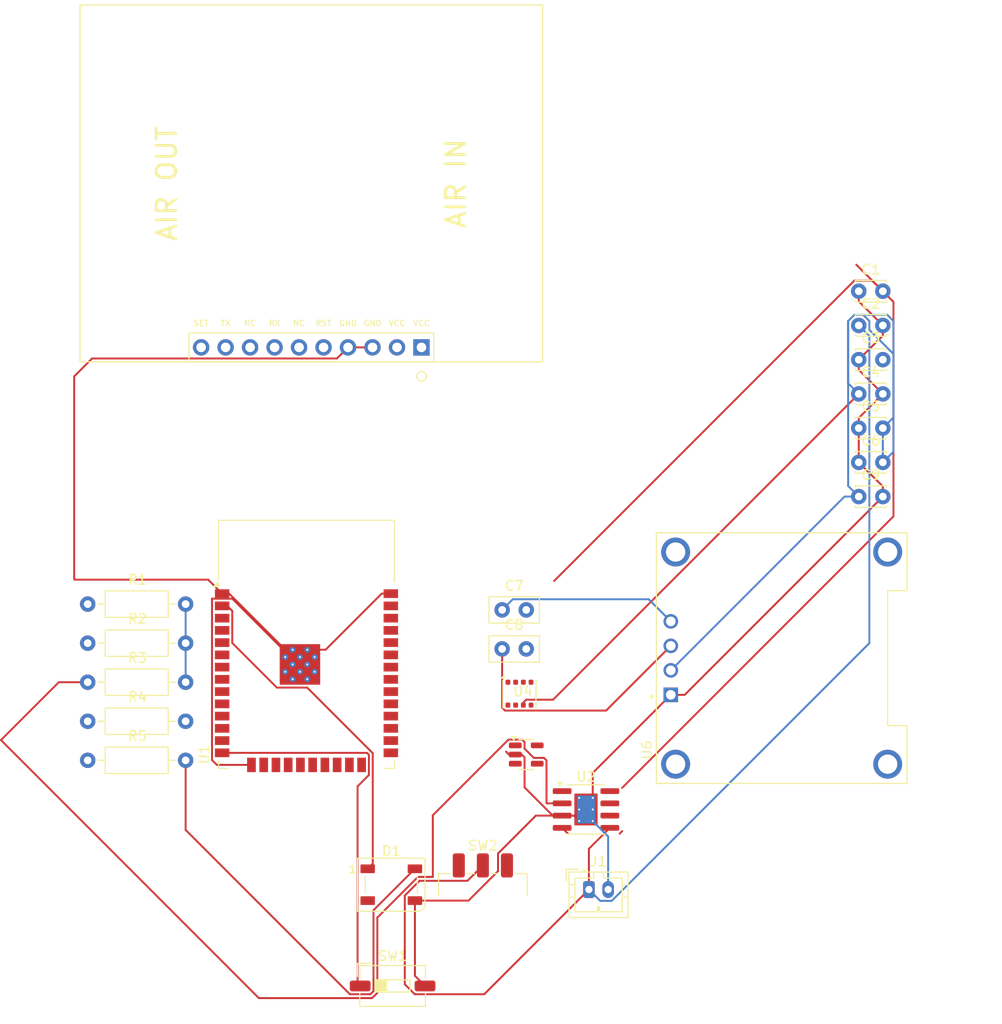
<source format=kicad_pcb>
(kicad_pcb (version 20241229) (generator "pcbnew") (generator_version "9.0")
  (layers (0 "F.Cu" signal) (2 "B.Cu" signal) (13 "F.Paste" user) (15 "B.Paste" user) (5 "F.SilkS" user "F.Silkscreen") (7 "B.SilkS" user "B.Silkscreen") (1 "F.Mask" user) (3 "B.Mask" user) (25 "Edge.Cuts" user))
  (net 0 "")
  (net 2 "GND")
  (net 3 "Net-(D1-VDD)")
  (net 4 "Net-(D1-DIN)")
  (net 5 "Net-(J2-CC1)")
  (net 6 "Net-(J2-CC2)")
  (net 7 "Net-(U2-PROG)")
  (net 8 "Net-(U3-EN)")
  (net 9 "Net-(U1-IO4)")
  (net 11 "Net-(U1-IO18)")
  (net 12 "Net-(U1-IO33)")
  (net 16 "Net-(U1-IO5)")
  (net 18 "Net-(U1-IO17)")
  (net 19 "Net-(U1-IO12)")
  (net 21 "Net-(U1-IO32)")
  (net 23 "Net-(U1-IO34)")
  (net 28 "Net-(U1-IO21)")
  (net 32 "Net-(U1-IO16)")
  (net 36 "Net-(U1-IO22)")
  (net 40 "Net-(U1-IO19)")
  (net 43 "Net-(U2-V_{CC})")
  (net 44 "Net-(BT1-+)")
  (net 49 "Net-(SW2-C)")
  (net 55 "Net-(U6-SDA)")
  (net 56 "Net-(U6-SCL)")
  (footprint "Resistor_THT:R_Axial_DIN0207_L6.3mm_D2.5mm_P10.16mm_Horizontal" (layer "F.Cu") (at 75 108)
    (property "Reference" "R3" (at 5.16 -2.52 0) (layer "F.SilkS"))
    (property "Value" "Resistor")
    (fp_line (start 1.04 0) (end 1.81 0) (stroke (width 0.12)) (layer "F.SilkS"))
    (fp_line (start 9.12 0) (end 8.35 0) (stroke (width 0.12)) (layer "F.SilkS"))
    (fp_rect (start 1.81 -1.37) (end 8.35 1.37) (stroke (width 0.12)) (fill no) (layer "F.SilkS"))
    (pad "1" thru_hole circle (at 0 0) (size 1.6 1.6) (drill 0.8) (layers "*.Cu" "*.Mask") (net 7 "Net-(U2-PROG)"))
    (pad "2" thru_hole circle (at 10.16 0) (size 1.6 1.6) (drill 0.8) (layers "*.Cu" "*.Mask") (net 2 "GND"))
  )
  (footprint "LED_SMD:LED_WS2812B_PLCC4_5.0x5.0mm_P3.2mm" (layer "F.Cu") (at 106.5 129)
    (property "Reference" "D1" (at 0 -3.5 0) (layer "F.SilkS"))
    (property "Value" "WS2812B")
    (fp_line (start -3.5 -2.75) (end -3.5 2.75) (stroke (width 0.12)) (layer "F.SilkS"))
    (fp_line (start -3.5 -2.75) (end 3.5 -2.75) (stroke (width 0.12)) (layer "F.SilkS"))
    (fp_line (start -3.5 2.75) (end 3.05 2.75) (stroke (width 0.12)) (layer "F.SilkS"))
    (fp_line (start -2.7 0.9) (end -2.7 -0.9) (stroke (width 0.12)) (layer "F.SilkS"))
    (fp_line (start 2.7 0.9) (end 2.7 -0.9) (stroke (width 0.12)) (layer "F.SilkS"))
    (fp_line (start 3.05 2.75) (end 3.5 2.3) (stroke (width 0.12)) (layer "F.SilkS"))
    (fp_line (start 3.5 2.3) (end 3.5 -2.75) (stroke (width 0.12)) (layer "F.SilkS"))
    (fp_text user "1" (at -4 -1.6 0) (layer "F.SilkS") (effects (font (size 0.8 0.8))))
    (pad "1" smd roundrect (at -2.45 -1.65) (size 1.5 0.9) (layers "F.Cu" "F.Mask" "F.Paste") (roundrect_rratio 0.1) (net 3 "Net-(D1-VDD)"))
    (pad "2" smd roundrect (at -2.45 1.65) (size 1.5 0.9) (layers "F.Cu" "F.Mask" "F.Paste") (roundrect_rratio 0.1))
    (pad "3" smd roundrect (at 2.45 1.65) (size 1.5 0.9) (layers "F.Cu" "F.Mask" "F.Paste") (roundrect_rratio 0.1) (net 2 "GND"))
    (pad "4" smd roundrect (at 2.45 -1.65) (size 1.5 0.9) (layers "F.Cu" "F.Mask" "F.Paste") (roundrect_rratio 0.1) (net 4 "Net-(D1-DIN)"))
  )
  (footprint "Capacitor_THT:C_Disc_D3.0mm_W2.0mm_P2.50mm" (layer "F.Cu") (at 155 74.55)
    (property "Reference" "C3" (at 1.25 -2.25 0) (layer "F.SilkS"))
    (property "Value" "Capacitor_NP")
    (fp_line (start -0.37 -1.12) (end 2.87 -1.12) (stroke (width 0.12)) (layer "F.SilkS"))
    (fp_line (start -0.37 -0.972) (end -0.37 -1.12) (stroke (width 0.12)) (layer "F.SilkS"))
    (fp_line (start -0.37 1.12) (end -0.37 0.972) (stroke (width 0.12)) (layer "F.SilkS"))
    (fp_line (start 2.87 -1.12) (end 2.87 -0.972) (stroke (width 0.12)) (layer "F.SilkS"))
    (fp_line (start 2.87 0.972) (end 2.87 1.12) (stroke (width 0.12)) (layer "F.SilkS"))
    (fp_line (start 2.87 1.12) (end -0.37 1.12) (stroke (width 0.12)) (layer "F.SilkS"))
    (pad "1" thru_hole circle (at 0 0) (size 1.6 1.6) (drill 0.8) (layers "*.Cu" "*.Mask") (net 2 "GND"))
    (pad "2" thru_hole circle (at 2.5 0) (size 1.6 1.6) (drill 0.8) (layers "*.Cu" "*.Mask") (net 49 "Net-(SW2-C)"))
  )
  (footprint "Button_Switch_SMD:SW_DIP_SPSTx01_Slide_6.7x4.1mm_W6.73mm_P2.54mm_LowProfile_JPin" (layer "F.Cu") (at 106.635 139.5)
    (property "Reference" "SW1" (at 0 -3.11 0) (layer "F.SilkS"))
    (property "Value" "SW_Push")
    (fp_line (start -3.65 -2.35) (end -3.65 -0.967) (stroke (width 0.12)) (layer "F.SilkS"))
    (fp_line (start -3.65 -2.35) (end -2.267 -2.35) (stroke (width 0.12)) (layer "F.SilkS"))
    (fp_line (start -3.41 -2.11) (end -3.41 -0.8) (stroke (width 0.12)) (layer "F.SilkS"))
    (fp_line (start -3.41 -2.11) (end 3.41 -2.11) (stroke (width 0.12)) (layer "F.SilkS"))
    (fp_line (start -3.41 0.8) (end -3.41 2.11) (stroke (width 0.12)) (layer "F.SilkS"))
    (fp_line (start -3.41 2.11) (end 3.41 2.11) (stroke (width 0.12)) (layer "F.SilkS"))
    (fp_line (start -0.603333 -0.635) (end -0.603333 0.635) (stroke (width 0.12)) (layer "F.SilkS"))
    (fp_line (start 3.41 -2.11) (end 3.41 -0.8) (stroke (width 0.12)) (layer "F.SilkS"))
    (fp_line (start 3.41 0.8) (end 3.41 2.11) (stroke (width 0.12)) (layer "F.SilkS"))
    (fp_rect (start -1.81 -0.635) (end -0.603333 0.635) (stroke (width 0.12)) (fill yes) (layer "F.SilkS"))
    (fp_rect (start -1.81 -0.635) (end 1.81 0.635) (stroke (width 0.12)) (fill no) (layer "F.SilkS"))
    (pad "1" smd roundrect (at -3.365 0) (size 2.16 1.12) (layers "F.Cu" "F.Mask" "F.Paste") (roundrect_rratio 0.223214) (net 19 "Net-(U1-IO12)"))
    (pad "2" smd roundrect (at 3.365 0) (size 2.16 1.12) (layers "F.Cu" "F.Mask" "F.Paste") (roundrect_rratio 0.223214) (net 2 "GND"))
  )
  (footprint "Capacitor_THT:C_Disc_D3.0mm_W2.0mm_P2.50mm" (layer "F.Cu") (at 155 67.45)
    (property "Reference" "C1" (at 1.25 -2.25 0) (layer "F.SilkS"))
    (property "Value" "Capacitor_NP")
    (fp_line (start -0.37 -1.12) (end 2.87 -1.12) (stroke (width 0.12)) (layer "F.SilkS"))
    (fp_line (start -0.37 -0.972) (end -0.37 -1.12) (stroke (width 0.12)) (layer "F.SilkS"))
    (fp_line (start -0.37 1.12) (end -0.37 0.972) (stroke (width 0.12)) (layer "F.SilkS"))
    (fp_line (start 2.87 -1.12) (end 2.87 -0.972) (stroke (width 0.12)) (layer "F.SilkS"))
    (fp_line (start 2.87 0.972) (end 2.87 1.12) (stroke (width 0.12)) (layer "F.SilkS"))
    (fp_line (start 2.87 1.12) (end -0.37 1.12) (stroke (width 0.12)) (layer "F.SilkS"))
    (pad "1" thru_hole circle (at 0 0) (size 1.6 1.6) (drill 0.8) (layers "*.Cu" "*.Mask") (net 2 "GND"))
    (pad "2" thru_hole circle (at 2.5 0) (size 1.6 1.6) (drill 0.8) (layers "*.Cu" "*.Mask") (net 43 "Net-(U2-V_{CC})"))
  )
  (footprint "Resistor_THT:R_Axial_DIN0207_L6.3mm_D2.5mm_P10.16mm_Horizontal" (layer "F.Cu") (at 75 112.05)
    (property "Reference" "R4" (at 5.16 -2.52 0) (layer "F.SilkS"))
    (property "Value" "Resistor")
    (fp_line (start 1.04 0) (end 1.81 0) (stroke (width 0.12)) (layer "F.SilkS"))
    (fp_line (start 9.12 0) (end 8.35 0) (stroke (width 0.12)) (layer "F.SilkS"))
    (fp_rect (start 1.81 -1.37) (end 8.35 1.37) (stroke (width 0.12)) (fill no) (layer "F.SilkS"))
    (pad "1" thru_hole circle (at 0 0) (size 1.6 1.6) (drill 0.8) (layers "*.Cu" "*.Mask") (net 3 "Net-(D1-VDD)"))
    (pad "2" thru_hole circle (at 10.16 0) (size 1.6 1.6) (drill 0.8) (layers "*.Cu" "*.Mask") (net 8 "Net-(U3-EN)"))
  )
  (footprint "Package_TO_SOT_SMD:SOT-23-5" (layer "F.Cu") (at 120.5 115.5)
    (property "Reference" "U3" (hide yes))
    (property "Value" "AP2112K-3.3")
    (fp_line (start 0 -1.56) (end -0.8 -1.56) (stroke (width 0.12)) (layer "F.SilkS"))
    (fp_line (start 0 -1.56) (end 0.8 -1.56) (stroke (width 0.12)) (layer "F.SilkS"))
    (fp_line (start 0 1.56) (end -0.8 1.56) (stroke (width 0.12)) (layer "F.SilkS"))
    (fp_line (start 0 1.56) (end 0.8 1.56) (stroke (width 0.12)) (layer "F.SilkS"))
    (fp_poly (pts (xy -1.3 -1.51) (xy -1.54 -1.84) (xy -1.06 -1.84)) (stroke (width 0.12)) (fill yes) (layer "F.SilkS"))
    (pad "1" smd roundrect (at -1.1375 -0.95) (size 1.325 0.6) (layers "F.Cu" "F.Mask" "F.Paste") (net 49 "Net-(SW2-C)"))
    (pad "2" smd roundrect (at -1.1375 0) (size 1.325 0.6) (layers "F.Cu" "F.Mask" "F.Paste") (net 2 "GND"))
    (pad "3" smd roundrect (at -1.1375 0.95) (size 1.325 0.6) (layers "F.Cu" "F.Mask" "F.Paste") (net 8 "Net-(U3-EN)"))
    (pad "4" smd roundrect (at 1.1375 0.95) (size 1.325 0.6) (layers "F.Cu" "F.Mask" "F.Paste"))
    (pad "5" smd roundrect (at 1.1375 -0.95) (size 1.325 0.6) (layers "F.Cu" "F.Mask" "F.Paste") (net 3 "Net-(D1-VDD)"))
  )
  (footprint "Resistor_THT:R_Axial_DIN0207_L6.3mm_D2.5mm_P10.16mm_Horizontal" (layer "F.Cu") (at 75 99.9)
    (property "Reference" "R1" (at 5.16 -2.52 0) (layer "F.SilkS"))
    (property "Value" "Resistor")
    (fp_line (start 1.04 0) (end 1.81 0) (stroke (width 0.12)) (layer "F.SilkS"))
    (fp_line (start 9.12 0) (end 8.35 0) (stroke (width 0.12)) (layer "F.SilkS"))
    (fp_rect (start 1.81 -1.37) (end 8.35 1.37) (stroke (width 0.12)) (fill no) (layer "F.SilkS"))
    (pad "1" thru_hole circle (at 0 0) (size 1.6 1.6) (drill 0.8) (layers "*.Cu" "*.Mask") (net 5 "Net-(J2-CC1)"))
    (pad "2" thru_hole circle (at 10.16 0) (size 1.6 1.6) (drill 0.8) (layers "*.Cu" "*.Mask") (net 2 "GND"))
  )
  (footprint "CustomComponents:pms7003" (layer "F.Cu") (at 98.2 56.275 180)
    (property "Reference" "U5" (hide yes))
    (property "Value" "PMS7003" (hide yes))
    (fp_rect (start -12.7 -18.5) (end 12.7 -15.5) (stroke (width 0.12)) (fill no) (layer "F.SilkS"))
    (fp_rect (start -24 -18.5) (end 24 18.5) (stroke (width 0.12)) (fill no) (layer "F.SilkS"))
    (fp_circle (center -11.43 -20) (end -10.93 -20) (stroke (width 0.12)) (fill no) (layer "F.SilkS"))
    (fp_text user "VCC" (at -8.89 -14.5 0) (layer "F.SilkS") (effects (font (size 0.6 0.6) (thickness 0.1))))
    (fp_text user "GND" (at -6.35 -14.5 0) (layer "F.SilkS") (effects (font (size 0.6 0.6) (thickness 0.1))))
    (fp_text user "AIR IN" (at -15 0 90) (layer "F.SilkS") (effects (font (size 2 2) (thickness 0.3))))
    (fp_text user "AIR OUT" (at 15 0 90) (layer "F.SilkS") (effects (font (size 2 2) (thickness 0.3))))
    (fp_text user "RX" (at 3.81 -14.5 0) (layer "F.SilkS") (effects (font (size 0.6 0.6) (thickness 0.1))))
    (fp_text user "RST" (at -1.27 -14.5 0) (layer "F.SilkS") (effects (font (size 0.6 0.6) (thickness 0.1))))
    (fp_text user "NC" (at 1.27 -14.5 0) (layer "F.SilkS") (effects (font (size 0.6 0.6) (thickness 0.1))))
    (fp_text user "TX" (at 8.89 -14.5 0) (layer "F.SilkS") (effects (font (size 0.6 0.6) (thickness 0.1))))
    (fp_text user "SET" (at 11.43 -14.5 0) (layer "F.SilkS") (effects (font (size 0.6 0.6) (thickness 0.1))))
    (fp_text user "NC" (at 6.35 -14.5 0) (layer "F.SilkS") (effects (font (size 0.6 0.6) (thickness 0.1))))
    (fp_text user "GND" (at -3.81 -14.5 0) (layer "F.SilkS") (effects (font (size 0.6 0.6) (thickness 0.1))))
    (fp_text user "VCC" (at -11.43 -14.5 0) (layer "F.SilkS") (effects (font (size 0.6 0.6) (thickness 0.1))))
    (pad "1" thru_hole rect (at -11.43 -17 180) (size 1.7 1.7) (drill 1) (layers "*.Cu" "*.Mask") (net 43 "Net-(U2-V_{CC})"))
    (pad "2" thru_hole circle (at -8.89 -17 180) (size 1.7 1.7) (drill 1) (layers "*.Cu" "*.Mask"))
    (pad "3" thru_hole circle (at -6.35 -17 180) (size 1.7 1.7) (drill 1) (layers "*.Cu" "*.Mask") (net 2 "GND"))
    (pad "4" thru_hole circle (at -3.81 -17 180) (size 1.7 1.7) (drill 1) (layers "*.Cu" "*.Mask") (net 2 "GND"))
    (pad "5" thru_hole circle (at -1.27 -17 180) (size 1.7 1.7) (drill 1) (layers "*.Cu" "*.Mask") (net 12 "Net-(U1-IO33)"))
    (pad "6" thru_hole circle (at 1.27 -17 180) (size 1.7 1.7) (drill 1) (layers "*.Cu" "*.Mask"))
    (pad "7" thru_hole circle (at 3.81 -17 180) (size 1.7 1.7) (drill 1) (layers "*.Cu" "*.Mask") (net 32 "Net-(U1-IO16)"))
    (pad "8" thru_hole circle (at 6.35 -17 180) (size 1.7 1.7) (drill 1) (layers "*.Cu" "*.Mask"))
    (pad "9" thru_hole circle (at 8.89 -17 180) (size 1.7 1.7) (drill 1) (layers "*.Cu" "*.Mask") (net 18 "Net-(U1-IO17)"))
    (pad "10" thru_hole circle (at 11.43 -17 180) (size 1.7 1.7) (drill 1) (layers "*.Cu" "*.Mask") (net 23 "Net-(U1-IO34)"))
  )
  (footprint "Capacitor_THT:C_Disc_D3.0mm_W2.0mm_P2.50mm" (layer "F.Cu") (at 155 85.2)
    (property "Reference" "C6" (at 1.25 -2.25 0) (layer "F.SilkS"))
    (property "Value" "Capacitor_NP")
    (fp_line (start -0.37 -1.12) (end 2.87 -1.12) (stroke (width 0.12)) (layer "F.SilkS"))
    (fp_line (start -0.37 -0.972) (end -0.37 -1.12) (stroke (width 0.12)) (layer "F.SilkS"))
    (fp_line (start -0.37 1.12) (end -0.37 0.972) (stroke (width 0.12)) (layer "F.SilkS"))
    (fp_line (start 2.87 -1.12) (end 2.87 -0.972) (stroke (width 0.12)) (layer "F.SilkS"))
    (fp_line (start 2.87 0.972) (end 2.87 1.12) (stroke (width 0.12)) (layer "F.SilkS"))
    (fp_line (start 2.87 1.12) (end -0.37 1.12) (stroke (width 0.12)) (layer "F.SilkS"))
    (pad "1" thru_hole circle (at 0 0) (size 1.6 1.6) (drill 0.8) (layers "*.Cu" "*.Mask") (net 2 "GND"))
    (pad "2" thru_hole circle (at 2.5 0) (size 1.6 1.6) (drill 0.8) (layers "*.Cu" "*.Mask") (net 3 "Net-(D1-VDD)"))
  )
  (footprint "Package_SO:SOIC-8-1EP_3.9x4.9mm_P1.27mm_EP2.41x3.3mm_ThermalVias" (layer "F.Cu") (at 126.7 121.2)
    (property "Reference" "U2" (at 0 -3.4 0) (layer "F.SilkS"))
    (property "Value" "TP4056-42-ESOP8")
    (fp_line (start 0 -2.56) (end -1.95 -2.56) (stroke (width 0.12)) (layer "F.SilkS"))
    (fp_line (start 0 -2.56) (end 1.95 -2.56) (stroke (width 0.12)) (layer "F.SilkS"))
    (fp_line (start 0 2.56) (end -1.95 2.56) (stroke (width 0.12)) (layer "F.SilkS"))
    (fp_line (start 0 2.56) (end 1.95 2.56) (stroke (width 0.12)) (layer "F.SilkS"))
    (fp_poly (pts (xy -2.7 -2.465) (xy -2.94 -2.795) (xy -2.46 -2.795)) (stroke (width 0.12)) (fill yes) (layer "F.SilkS"))
    (pad "1" smd roundrect (at -2.475 -1.905) (size 1.95 0.6) (layers "F.Cu" "F.Mask" "F.Paste"))
    (pad "2" smd roundrect (at -2.475 -0.635) (size 1.95 0.6) (layers "F.Cu" "F.Mask" "F.Paste") (net 7 "Net-(U2-PROG)"))
    (pad "3" smd roundrect (at -2.475 0.635) (size 1.95 0.6) (layers "F.Cu" "F.Mask" "F.Paste") (net 2 "GND"))
    (pad "4" smd roundrect (at -2.475 1.905) (size 1.95 0.6) (layers "F.Cu" "F.Mask" "F.Paste") (net 43 "Net-(U2-V_{CC})"))
    (pad "5" smd roundrect (at 2.475 1.905) (size 1.95 0.6) (layers "F.Cu" "F.Mask" "F.Paste") (net 44 "Net-(BT1-+)"))
    (pad "6" smd roundrect (at 2.475 0.635) (size 1.95 0.6) (layers "F.Cu" "F.Mask" "F.Paste"))
    (pad "7" smd roundrect (at 2.475 -0.635) (size 1.95 0.6) (layers "F.Cu" "F.Mask" "F.Paste"))
    (pad "8" smd roundrect (at 2.475 -1.905) (size 1.95 0.6) (layers "F.Cu" "F.Mask" "F.Paste"))
    (pad "9" thru_hole circle (at -0.7 -1.2) (size 0.5 0.5) (drill 0.2) (property pad_prop_heatsink) (layers "*.Cu") (net 2 "GND"))
    (pad "9" thru_hole circle (at -0.7 0) (size 0.5 0.5) (drill 0.2) (property pad_prop_heatsink) (layers "*.Cu") (net 2 "GND"))
    (pad "9" thru_hole circle (at -0.7 1.2) (size 0.5 0.5) (drill 0.2) (property pad_prop_heatsink) (layers "*.Cu") (net 2 "GND"))
    (pad "9" smd rect (at 0 0) (size 1.9 2.9) (property pad_prop_heatsink) (layers "B.Cu") (net 2 "GND"))
    (pad "9" smd rect (at 0 0) (size 2.41 3.3) (property pad_prop_heatsink) (layers "F.Cu" "F.Mask") (net 2 "GND"))
    (pad "9" thru_hole circle (at 0.7 -1.2) (size 0.5 0.5) (drill 0.2) (property pad_prop_heatsink) (layers "*.Cu") (net 2 "GND"))
    (pad "9" thru_hole circle (at 0.7 0) (size 0.5 0.5) (drill 0.2) (property pad_prop_heatsink) (layers "*.Cu") (net 2 "GND"))
    (pad "9" thru_hole circle (at 0.7 1.2) (size 0.5 0.5) (drill 0.2) (property pad_prop_heatsink) (layers "*.Cu") (net 2 "GND"))
  )
  (footprint "DM-OLED096-636 (1):MODULE_DM-OLED096-636" (layer "F.Cu") (at 147 105.5 90)
    (property "Reference" "U6" (at -9.525 -13.97 90) (layer "F.SilkS"))
    (property "Value" "DM-OLED096-636")
    (fp_line (start 13 -13) (end 13 13) (stroke (width 0.127)) (layer "F.SilkS"))
    (fp_line (start -13 -13) (end 13 -13) (stroke (width 0.127)) (layer "F.SilkS"))
    (fp_line (start 7 11) (end -7 11) (stroke (width 0.127)) (layer "F.SilkS"))
    (fp_line (start -7 11) (end -7 13) (stroke (width 0.127)) (layer "F.SilkS"))
    (fp_line (start 13 13) (end 7 13) (stroke (width 0.127)) (layer "F.SilkS"))
    (fp_line (start 7 13) (end 7 11) (stroke (width 0.127)) (layer "F.SilkS"))
    (fp_line (start -7 13) (end -13 13) (stroke (width 0.127)) (layer "F.SilkS"))
    (fp_line (start -13 13) (end -13 -13) (stroke (width 0.127)) (layer "F.SilkS"))
    (fp_circle (center -4 -13.5) (end -3.9 -13.5) (stroke (width 0.2)) (fill no) (layer "F.SilkS"))
    (pad "1" thru_hole rect (at -3.81 -11.5 90) (size 1.508 1.508) (drill 1) (layers "*.Cu" "*.Mask") (net 2 "GND"))
    (pad "2" thru_hole circle (at -1.27 -11.5 90) (size 1.508 1.508) (drill 1) (layers "*.Cu" "*.Mask") (net 3 "Net-(D1-VDD)"))
    (pad "3" thru_hole circle (at 1.27 -11.5 90) (size 1.508 1.508) (drill 1) (layers "*.Cu" "*.Mask") (net 56 "Net-(U6-SCL)"))
    (pad "4" thru_hole circle (at 3.81 -11.5 90) (size 1.508 1.508) (drill 1) (layers "*.Cu" "*.Mask") (net 55 "Net-(U6-SDA)"))
    (pad "S1" thru_hole circle (at -11 -11 90) (size 3 3) (drill 2) (layers "*.Cu" "*.Mask"))
    (pad "S2" thru_hole circle (at 11 -11 90) (size 3 3) (drill 2) (layers "*.Cu" "*.Mask"))
    (pad "S3" thru_hole circle (at 11 11 90) (size 3 3) (drill 2) (layers "*.Cu" "*.Mask"))
    (pad "S4" thru_hole circle (at -11 11 90) (size 3 3) (drill 2) (layers "*.Cu" "*.Mask"))
  )
  (footprint "Button_Switch_SMD:SW_SPDT_CK_JS102011SAQN" (layer "F.Cu") (at 116 129.75)
    (property "Reference" "SW2" (at 0 -4.8 0) (layer "F.SilkS"))
    (property "Value" "SW_SPDT")
    (fp_line (start -4.6 -1.9) (end -3.4 -1.9) (stroke (width 0.12)) (layer "F.SilkS"))
    (fp_line (start -4.6 0.4) (end -4.6 -1.9) (stroke (width 0.12)) (layer "F.SilkS"))
    (fp_line (start -0.9 -1.9) (end -1.6 -1.9) (stroke (width 0.12)) (layer "F.SilkS"))
    (fp_line (start 1.6 -1.9) (end 0.9 -1.9) (stroke (width 0.12)) (layer "F.SilkS"))
    (fp_line (start 3.4 -1.9) (end 4.6 -1.9) (stroke (width 0.12)) (layer "F.SilkS"))
    (fp_line (start 4.6 -1.9) (end 4.6 0.4) (stroke (width 0.12)) (layer "F.SilkS"))
    (pad "" np_thru_hole circle (at -3.4 0) (size 0.9 0.9) (drill 0.9) (layers "*.Cu" "*.Mask"))
    (pad "" np_thru_hole circle (at 3.4 0) (size 0.9 0.9) (drill 0.9) (layers "*.Cu" "*.Mask"))
    (pad "1" smd roundrect (at -2.5 -2.75) (size 1.25 2.5) (layers "F.Cu" "F.Mask" "F.Paste") (roundrect_rratio 0.2))
    (pad "2" smd roundrect (at 0 -2.75) (size 1.25 2.5) (layers "F.Cu" "F.Mask" "F.Paste") (roundrect_rratio 0.2) (net 44 "Net-(BT1-+)"))
    (pad "3" smd roundrect (at 2.5 -2.75) (size 1.25 2.5) (layers "F.Cu" "F.Mask" "F.Paste") (roundrect_rratio 0.2) (net 49 "Net-(SW2-C)"))
  )
  (footprint "Capacitor_THT:C_Disc_D3.0mm_W2.0mm_P2.50mm" (layer "F.Cu") (at 155 71)
    (property "Reference" "C2" (at 1.25 -2.25 0) (layer "F.SilkS"))
    (property "Value" "Capacitor_NP")
    (fp_line (start -0.37 -1.12) (end 2.87 -1.12) (stroke (width 0.12)) (layer "F.SilkS"))
    (fp_line (start -0.37 -0.972) (end -0.37 -1.12) (stroke (width 0.12)) (layer "F.SilkS"))
    (fp_line (start -0.37 1.12) (end -0.37 0.972) (stroke (width 0.12)) (layer "F.SilkS"))
    (fp_line (start 2.87 -1.12) (end 2.87 -0.972) (stroke (width 0.12)) (layer "F.SilkS"))
    (fp_line (start 2.87 0.972) (end 2.87 1.12) (stroke (width 0.12)) (layer "F.SilkS"))
    (fp_line (start 2.87 1.12) (end -0.37 1.12) (stroke (width 0.12)) (layer "F.SilkS"))
    (pad "1" thru_hole circle (at 0 0) (size 1.6 1.6) (drill 0.8) (layers "*.Cu" "*.Mask") (net 44 "Net-(BT1-+)"))
    (pad "2" thru_hole circle (at 2.5 0) (size 1.6 1.6) (drill 0.8) (layers "*.Cu" "*.Mask") (net 2 "GND"))
  )
  (footprint "Capacitor_THT:C_Disc_D5.0mm_W2.5mm_P2.50mm" (layer "F.Cu") (at 118 100.5)
    (property "Reference" "C7" (at 1.25 -2.5 0) (layer "F.SilkS"))
    (property "Value" "100nF_Ceramic" (hide yes))
    (fp_line (start -1.37 -1.37) (end 3.87 -1.37) (stroke (width 0.12)) (layer "F.SilkS"))
    (fp_line (start -1.37 1.37) (end -1.37 -1.37) (stroke (width 0.12)) (layer "F.SilkS"))
    (fp_line (start 3.87 -1.37) (end 3.87 1.37) (stroke (width 0.12)) (layer "F.SilkS"))
    (fp_line (start 3.87 1.37) (end -1.37 1.37) (stroke (width 0.12)) (layer "F.SilkS"))
    (pad "1" thru_hole circle (at 0 0) (size 1.6 1.6) (drill 0.8) (layers "*.Cu" "*.Mask") (net 55 "Net-(U6-SDA)"))
    (pad "2" thru_hole circle (at 2.5 0) (size 1.6 1.6) (drill 0.8) (layers "*.Cu" "*.Mask") (net 28 "Net-(U1-IO21)"))
  )
  (footprint "Package_LGA:Bosch_LGA-8_3x3mm_P0.8mm_ClockwisePinNumbering" (layer "F.Cu") (at 119.8 109.1875)
    (property "Reference" "U4" (at 0.355 -0.24 0) (layer "F.SilkS"))
    (property "Value" "BME680")
    (fp_line (start -1.71 -1.36) (end -1.71 1.5) (stroke (width 0.12)) (layer "F.SilkS"))
    (fp_line (start 1.71 -1.36) (end 1.71 1.5) (stroke (width 0.12)) (layer "F.SilkS"))
    (fp_poly (pts (xy -1.6 -1.6) (xy -1.88 -1.6) (xy -1.6 -1.88)) (stroke (width 0.12)) (fill yes) (layer "F.SilkS"))
    (pad "1" smd roundrect (at -1.2 -1.1875) (size 0.5 0.525) (layers "F.Cu" "F.Mask" "F.Paste") (net 2 "GND"))
    (pad "2" smd roundrect (at -0.4 -1.1875) (size 0.5 0.525) (layers "F.Cu" "F.Mask" "F.Paste") (net 16 "Net-(U1-IO5)"))
    (pad "3" smd roundrect (at 0.4 -1.1875) (size 0.5 0.525) (layers "F.Cu" "F.Mask" "F.Paste") (net 21 "Net-(U1-IO32)"))
    (pad "4" smd roundrect (at 1.2 -1.1875) (size 0.5 0.525) (layers "F.Cu" "F.Mask" "F.Paste") (net 11 "Net-(U1-IO18)"))
    (pad "5" smd roundrect (at 1.2 1.1875) (size 0.5 0.525) (layers "F.Cu" "F.Mask" "F.Paste") (net 40 "Net-(U1-IO19)"))
    (pad "6" smd roundrect (at 0.4 1.1875) (size 0.5 0.525) (layers "F.Cu" "F.Mask" "F.Paste") (net 3 "Net-(D1-VDD)"))
    (pad "7" smd roundrect (at -0.4 1.1875) (size 0.5 0.525) (layers "F.Cu" "F.Mask" "F.Paste") (net 2 "GND"))
    (pad "8" smd roundrect (at -1.2 1.1875) (size 0.5 0.525) (layers "F.Cu" "F.Mask" "F.Paste") (net 3 "Net-(D1-VDD)"))
  )
  (footprint "RF_Module:ESP32-WROOM-32" (layer "F.Cu") (at 97.7 107.065)
    (property "Reference" "U1" (at -10.61 8.43 90) (layer "F.SilkS"))
    (property "Value" "ESP32-WROOM-32")
    (fp_line (start -9.12 -15.86) (end -9.12 -9.7) (stroke (width 0.12)) (layer "F.SilkS"))
    (fp_line (start -9.12 -15.86) (end 9.12 -15.86) (stroke (width 0.12)) (layer "F.SilkS"))
    (fp_line (start -9.12 9.1) (end -9.12 9.88) (stroke (width 0.12)) (layer "F.SilkS"))
    (fp_line (start -9.12 9.88) (end -8.12 9.88) (stroke (width 0.12)) (layer "F.SilkS"))
    (fp_line (start 9.12 -15.86) (end 9.12 -9.445) (stroke (width 0.12)) (layer "F.SilkS"))
    (fp_line (start 9.12 9.1) (end 9.12 9.88) (stroke (width 0.12)) (layer "F.SilkS"))
    (fp_line (start 9.12 9.88) (end 8.12 9.88) (stroke (width 0.12)) (layer "F.SilkS"))
    (fp_poly (pts (xy -9.125 -8.975) (xy -9.625 -8.975) (xy -9.125 -9.475) (xy -9.125 -8.975)) (stroke (width 0.12)) (fill yes) (layer "F.SilkS"))
    (pad "1" smd rect (at -8.75 -8.25) (size 1.5 0.9) (layers "F.Cu" "F.Mask" "F.Paste") (net 2 "GND"))
    (pad "2" smd rect (at -8.75 -6.98) (size 1.5 0.9) (layers "F.Cu" "F.Mask" "F.Paste") (net 3 "Net-(D1-VDD)"))
    (pad "3" smd rect (at -8.75 -5.71) (size 1.5 0.9) (layers "F.Cu" "F.Mask" "F.Paste"))
    (pad "4" smd rect (at -8.75 -4.44) (size 1.5 0.9) (layers "F.Cu" "F.Mask" "F.Paste"))
    (pad "5" smd rect (at -8.75 -3.17) (size 1.5 0.9) (layers "F.Cu" "F.Mask" "F.Paste"))
    (pad "6" smd rect (at -8.75 -1.9) (size 1.5 0.9) (layers "F.Cu" "F.Mask" "F.Paste") (net 23 "Net-(U1-IO34)"))
    (pad "7" smd rect (at -8.75 -0.63) (size 1.5 0.9) (layers "F.Cu" "F.Mask" "F.Paste"))
    (pad "8" smd rect (at -8.75 0.64) (size 1.5 0.9) (layers "F.Cu" "F.Mask" "F.Paste") (net 21 "Net-(U1-IO32)"))
    (pad "9" smd rect (at -8.75 1.91) (size 1.5 0.9) (layers "F.Cu" "F.Mask" "F.Paste") (net 12 "Net-(U1-IO33)"))
    (pad "10" smd rect (at -8.75 3.18) (size 1.5 0.9) (layers "F.Cu" "F.Mask" "F.Paste"))
    (pad "11" smd rect (at -8.75 4.45) (size 1.5 0.9) (layers "F.Cu" "F.Mask" "F.Paste"))
    (pad "12" smd rect (at -8.75 5.72) (size 1.5 0.9) (layers "F.Cu" "F.Mask" "F.Paste"))
    (pad "13" smd rect (at -8.75 6.99) (size 1.5 0.9) (layers "F.Cu" "F.Mask" "F.Paste"))
    (pad "14" smd rect (at -8.75 8.26) (size 1.5 0.9) (layers "F.Cu" "F.Mask" "F.Paste") (net 19 "Net-(U1-IO12)"))
    (pad "15" smd rect (at -5.71 9.51 90) (size 1.5 0.9) (layers "F.Cu" "F.Mask" "F.Paste") (net 2 "GND"))
    (pad "16" smd rect (at -4.44 9.51 90) (size 1.5 0.9) (layers "F.Cu" "F.Mask" "F.Paste"))
    (pad "17" smd rect (at -3.17 9.51 90) (size 1.5 0.9) (layers "F.Cu" "F.Mask" "F.Paste"))
    (pad "18" smd rect (at -1.9 9.51 90) (size 1.5 0.9) (layers "F.Cu" "F.Mask" "F.Paste"))
    (pad "19" smd rect (at -0.63 9.51 90) (size 1.5 0.9) (layers "F.Cu" "F.Mask" "F.Paste"))
    (pad "20" smd rect (at 0.64 9.51 90) (size 1.5 0.9) (layers "F.Cu" "F.Mask" "F.Paste"))
    (pad "21" smd rect (at 1.91 9.51 90) (size 1.5 0.9) (layers "F.Cu" "F.Mask" "F.Paste"))
    (pad "22" smd rect (at 3.18 9.51 90) (size 1.5 0.9) (layers "F.Cu" "F.Mask" "F.Paste"))
    (pad "23" smd rect (at 4.45 9.51 90) (size 1.5 0.9) (layers "F.Cu" "F.Mask" "F.Paste"))
    (pad "24" smd rect (at 5.72 9.51 90) (size 1.5 0.9) (layers "F.Cu" "F.Mask" "F.Paste"))
    (pad "25" smd rect (at 8.75 8.26) (size 1.5 0.9) (layers "F.Cu" "F.Mask" "F.Paste"))
    (pad "26" smd rect (at 8.75 6.99) (size 1.5 0.9) (layers "F.Cu" "F.Mask" "F.Paste") (net 9 "Net-(U1-IO4)"))
    (pad "27" smd rect (at 8.75 5.72) (size 1.5 0.9) (layers "F.Cu" "F.Mask" "F.Paste") (net 32 "Net-(U1-IO16)"))
    (pad "28" smd rect (at 8.75 4.45) (size 1.5 0.9) (layers "F.Cu" "F.Mask" "F.Paste") (net 18 "Net-(U1-IO17)"))
    (pad "29" smd rect (at 8.75 3.18) (size 1.5 0.9) (layers "F.Cu" "F.Mask" "F.Paste") (net 16 "Net-(U1-IO5)"))
    (pad "30" smd rect (at 8.75 1.91) (size 1.5 0.9) (layers "F.Cu" "F.Mask" "F.Paste") (net 11 "Net-(U1-IO18)"))
    (pad "31" smd rect (at 8.75 0.64) (size 1.5 0.9) (layers "F.Cu" "F.Mask" "F.Paste") (net 40 "Net-(U1-IO19)"))
    (pad "32" smd rect (at 8.75 -0.63) (size 1.5 0.9) (layers "F.Cu" "F.Mask" "F.Paste"))
    (pad "33" smd rect (at 8.75 -1.9) (size 1.5 0.9) (layers "F.Cu" "F.Mask" "F.Paste") (net 28 "Net-(U1-IO21)"))
    (pad "34" smd rect (at 8.75 -3.17) (size 1.5 0.9) (layers "F.Cu" "F.Mask" "F.Paste"))
    (pad "35" smd rect (at 8.75 -4.44) (size 1.5 0.9) (layers "F.Cu" "F.Mask" "F.Paste"))
    (pad "36" smd rect (at 8.75 -5.71) (size 1.5 0.9) (layers "F.Cu" "F.Mask" "F.Paste") (net 36 "Net-(U1-IO22)"))
    (pad "37" smd rect (at 8.75 -6.98) (size 1.5 0.9) (layers "F.Cu" "F.Mask" "F.Paste"))
    (pad "38" smd rect (at 8.75 -8.25) (size 1.5 0.9) (layers "F.Cu" "F.Mask" "F.Paste") (net 2 "GND"))
    (pad "39" smd rect (at -2.205 -2.435) (size 1.05 1.05) (layers "F.Cu" "F.Paste") (net 2 "GND"))
    (pad "39" thru_hole circle (at -2.205 -1.6725) (size 0.6 0.6) (drill 0.2) (property pad_prop_heatsink) (layers "*.Cu" "F.Mask") (net 2 "GND"))
    (pad "39" smd rect (at -2.205 -0.91) (size 1.05 1.05) (layers "F.Cu" "F.Paste") (net 2 "GND"))
    (pad "39" thru_hole circle (at -2.205 -0.1475) (size 0.6 0.6) (drill 0.2) (property pad_prop_heatsink) (layers "*.Cu" "F.Mask") (net 2 "GND"))
    (pad "39" smd rect (at -2.205 0.615) (size 1.05 1.05) (layers "F.Cu" "F.Paste") (net 2 "GND"))
    (pad "39" thru_hole circle (at -1.4425 -2.435) (size 0.6 0.6) (drill 0.2) (property pad_prop_heatsink) (layers "*.Cu" "F.Mask") (net 2 "GND"))
    (pad "39" thru_hole circle (at -1.4425 -0.91) (size 0.6 0.6) (drill 0.2) (property pad_prop_heatsink) (layers "*.Cu" "F.Mask") (net 2 "GND"))
    (pad "39" thru_hole circle (at -1.4425 0.615) (size 0.6 0.6) (drill 0.2) (property pad_prop_heatsink) (layers "*.Cu" "F.Mask") (net 2 "GND"))
    (pad "39" smd rect (at -0.68 -2.435) (size 1.05 1.05) (layers "F.Cu" "F.Paste") (net 2 "GND"))
    (pad "39" thru_hole circle (at -0.68 -1.6725) (size 0.6 0.6) (drill 0.2) (property pad_prop_heatsink) (layers "*.Cu" "F.Mask") (net 2 "GND"))
    (pad "39" smd rect (at -0.68 -0.91) (size 1.05 1.05) (layers "F.Cu" "F.Paste") (net 2 "GND"))
    (pad "39" smd rect (at -0.68 -0.91) (size 4.2 4.2) (property pad_prop_heatsink) (layers "F.Cu" "F.Mask") (net 2 "GND"))
    (pad "39" thru_hole circle (at -0.68 -0.1475) (size 0.6 0.6) (drill 0.2) (property pad_prop_heatsink) (layers "*.Cu" "F.Mask") (net 2 "GND"))
    (pad "39" smd rect (at -0.68 0.615) (size 1.05 1.05) (layers "F.Cu" "F.Paste") (net 2 "GND"))
    (pad "39" thru_hole circle (at 0.0825 -2.435) (size 0.6 0.6) (drill 0.2) (property pad_prop_heatsink) (layers "*.Cu" "F.Mask") (net 2 "GND"))
    (pad "39" thru_hole circle (at 0.0825 -0.91) (size 0.6 0.6) (drill 0.2) (property pad_prop_heatsink) (layers "*.Cu" "F.Mask") (net 2 "GND"))
    (pad "39" thru_hole circle (at 0.0825 0.615) (size 0.6 0.6) (drill 0.2) (property pad_prop_heatsink) (layers "*.Cu" "F.Mask") (net 2 "GND"))
    (pad "39" smd rect (at 0.845 -2.435) (size 1.05 1.05) (layers "F.Cu" "F.Paste") (net 2 "GND"))
    (pad "39" thru_hole circle (at 0.845 -1.6725) (size 0.6 0.6) (drill 0.2) (property pad_prop_heatsink) (layers "*.Cu" "F.Mask") (net 2 "GND"))
    (pad "39" smd rect (at 0.845 -0.91) (size 1.05 1.05) (layers "F.Cu" "F.Paste") (net 2 "GND"))
    (pad "39" thru_hole circle (at 0.845 -0.1475) (size 0.6 0.6) (drill 0.2) (property pad_prop_heatsink) (layers "*.Cu" "F.Mask") (net 2 "GND"))
    (pad "39" smd rect (at 0.845 0.615) (size 1.05 1.05) (layers "F.Cu" "F.Paste") (net 2 "GND"))
  )
  (footprint "Capacitor_THT:C_Disc_D5.0mm_W2.5mm_P2.50mm" (layer "F.Cu") (at 118 104.55)
    (property "Reference" "C8" (at 1.25 -2.5 0) (layer "F.SilkS"))
    (property "Value" "100nF_Ceramic")
    (fp_line (start -1.37 -1.37) (end 3.87 -1.37) (stroke (width 0.12)) (layer "F.SilkS"))
    (fp_line (start -1.37 1.37) (end -1.37 -1.37) (stroke (width 0.12)) (layer "F.SilkS"))
    (fp_line (start 3.87 -1.37) (end 3.87 1.37) (stroke (width 0.12)) (layer "F.SilkS"))
    (fp_line (start 3.87 1.37) (end -1.37 1.37) (stroke (width 0.12)) (layer "F.SilkS"))
    (pad "1" thru_hole circle (at 0 0) (size 1.6 1.6) (drill 0.8) (layers "*.Cu" "*.Mask") (net 56 "Net-(U6-SCL)"))
    (pad "2" thru_hole circle (at 2.5 0) (size 1.6 1.6) (drill 0.8) (layers "*.Cu" "*.Mask") (net 36 "Net-(U1-IO22)"))
  )
  (footprint "Capacitor_THT:C_Disc_D3.0mm_W2.0mm_P2.50mm" (layer "F.Cu") (at 155 78.1)
    (property "Reference" "C4" (at 1.25 -2.25 0) (layer "F.SilkS"))
    (property "Value" "Capacitor_NP")
    (fp_line (start -0.37 -1.12) (end 2.87 -1.12) (stroke (width 0.12)) (layer "F.SilkS"))
    (fp_line (start -0.37 -0.972) (end -0.37 -1.12) (stroke (width 0.12)) (layer "F.SilkS"))
    (fp_line (start -0.37 1.12) (end -0.37 0.972) (stroke (width 0.12)) (layer "F.SilkS"))
    (fp_line (start 2.87 -1.12) (end 2.87 -0.972) (stroke (width 0.12)) (layer "F.SilkS"))
    (fp_line (start 2.87 0.972) (end 2.87 1.12) (stroke (width 0.12)) (layer "F.SilkS"))
    (fp_line (start 2.87 1.12) (end -0.37 1.12) (stroke (width 0.12)) (layer "F.SilkS"))
    (pad "1" thru_hole circle (at 0 0) (size 1.6 1.6) (drill 0.8) (layers "*.Cu" "*.Mask") (net 3 "Net-(D1-VDD)"))
    (pad "2" thru_hole circle (at 2.5 0) (size 1.6 1.6) (drill 0.8) (layers "*.Cu" "*.Mask") (net 2 "GND"))
  )
  (footprint "Connector_JST:JST_PH_B2B-PH-K_1x02_P2.00mm_Vertical" (layer "F.Cu") (at 127 129.5)
    (property "Reference" "J1" (at 1 -2.9 0) (layer "F.SilkS"))
    (property "Value" "Conn_01x02_Socket")
    (fp_line (start -2.36 -2.11) (end -2.36 -0.86) (stroke (width 0.12)) (layer "F.SilkS"))
    (fp_line (start -2.06 -1.81) (end -2.06 2.91) (stroke (width 0.12)) (layer "F.SilkS"))
    (fp_line (start -2.06 -0.5) (end -1.45 -0.5) (stroke (width 0.12)) (layer "F.SilkS"))
    (fp_line (start -2.06 0.8) (end -1.45 0.8) (stroke (width 0.12)) (layer "F.SilkS"))
    (fp_line (start -2.06 2.91) (end 4.06 2.91) (stroke (width 0.12)) (layer "F.SilkS"))
    (fp_line (start -1.45 -1.2) (end -1.45 2.3) (stroke (width 0.12)) (layer "F.SilkS"))
    (fp_line (start -1.45 2.3) (end 3.45 2.3) (stroke (width 0.12)) (layer "F.SilkS"))
    (fp_line (start -1.11 -2.11) (end -2.36 -2.11) (stroke (width 0.12)) (layer "F.SilkS"))
    (fp_line (start -0.6 -2.01) (end -0.6 -1.81) (stroke (width 0.12)) (layer "F.SilkS"))
    (fp_line (start -0.3 -2.01) (end -0.6 -2.01) (stroke (width 0.12)) (layer "F.SilkS"))
    (fp_line (start -0.3 -1.91) (end -0.6 -1.91) (stroke (width 0.12)) (layer "F.SilkS"))
    (fp_line (start -0.3 -1.81) (end -0.3 -2.01) (stroke (width 0.12)) (layer "F.SilkS"))
    (fp_line (start 0.5 -1.81) (end 0.5 -1.2) (stroke (width 0.12)) (layer "F.SilkS"))
    (fp_line (start 0.5 -1.2) (end -1.45 -1.2) (stroke (width 0.12)) (layer "F.SilkS"))
    (fp_line (start 0.9 1.8) (end 1.1 1.8) (stroke (width 0.12)) (layer "F.SilkS"))
    (fp_line (start 0.9 2.3) (end 0.9 1.8) (stroke (width 0.12)) (layer "F.SilkS"))
    (fp_line (start 1 2.3) (end 1 1.8) (stroke (width 0.12)) (layer "F.SilkS"))
    (fp_line (start 1.1 1.8) (end 1.1 2.3) (stroke (width 0.12)) (layer "F.SilkS"))
    (fp_line (start 1.5 -1.2) (end 1.5 -1.81) (stroke (width 0.12)) (layer "F.SilkS"))
    (fp_line (start 3.45 -1.2) (end 1.5 -1.2) (stroke (width 0.12)) (layer "F.SilkS"))
    (fp_line (start 3.45 2.3) (end 3.45 -1.2) (stroke (width 0.12)) (layer "F.SilkS"))
    (fp_line (start 4.06 -1.81) (end -2.06 -1.81) (stroke (width 0.12)) (layer "F.SilkS"))
    (fp_line (start 4.06 -0.5) (end 3.45 -0.5) (stroke (width 0.12)) (layer "F.SilkS"))
    (fp_line (start 4.06 0.8) (end 3.45 0.8) (stroke (width 0.12)) (layer "F.SilkS"))
    (fp_line (start 4.06 2.91) (end 4.06 -1.81) (stroke (width 0.12)) (layer "F.SilkS"))
    (pad "1" thru_hole roundrect (at 0 0) (size 1.2 1.75) (drill 0.75) (layers "*.Cu" "*.Mask") (roundrect_rratio 0.208333) (net 44 "Net-(BT1-+)"))
    (pad "2" thru_hole oval (at 2 0) (size 1.2 1.75) (drill 0.75) (layers "*.Cu" "*.Mask") (net 2 "GND"))
  )
  (footprint "Resistor_THT:R_Axial_DIN0207_L6.3mm_D2.5mm_P10.16mm_Horizontal" (layer "F.Cu") (at 75 103.95)
    (property "Reference" "R2" (at 5.16 -2.52 0) (layer "F.SilkS"))
    (property "Value" "Resistor")
    (fp_line (start 1.04 0) (end 1.81 0) (stroke (width 0.12)) (layer "F.SilkS"))
    (fp_line (start 9.12 0) (end 8.35 0) (stroke (width 0.12)) (layer "F.SilkS"))
    (fp_rect (start 1.81 -1.37) (end 8.35 1.37) (stroke (width 0.12)) (fill no) (layer "F.SilkS"))
    (pad "1" thru_hole circle (at 0 0) (size 1.6 1.6) (drill 0.8) (layers "*.Cu" "*.Mask") (net 6 "Net-(J2-CC2)"))
    (pad "2" thru_hole circle (at 10.16 0) (size 1.6 1.6) (drill 0.8) (layers "*.Cu" "*.Mask") (net 2 "GND"))
  )
  (footprint "Resistor_THT:R_Axial_DIN0207_L6.3mm_D2.5mm_P10.16mm_Horizontal" (layer "F.Cu") (at 75 116.1)
    (property "Reference" "R5" (at 5.16 -2.52 0) (layer "F.SilkS"))
    (property "Value" "Resistor")
    (fp_line (start 1.04 0) (end 1.81 0) (stroke (width 0.12)) (layer "F.SilkS"))
    (fp_line (start 9.12 0) (end 8.35 0) (stroke (width 0.12)) (layer "F.SilkS"))
    (fp_rect (start 1.81 -1.37) (end 8.35 1.37) (stroke (width 0.12)) (fill no) (layer "F.SilkS"))
    (pad "1" thru_hole circle (at 0 0) (size 1.6 1.6) (drill 0.8) (layers "*.Cu" "*.Mask") (net 9 "Net-(U1-IO4)"))
    (pad "2" thru_hole circle (at 10.16 0) (size 1.6 1.6) (drill 0.8) (layers "*.Cu" "*.Mask") (net 4 "Net-(D1-DIN)"))
  )
  (footprint "Capacitor_THT:C_Disc_D3.0mm_W2.0mm_P2.50mm" (layer "F.Cu") (at 155 81.65)
    (property "Reference" "C5" (at 1.25 -2.25 0) (layer "F.SilkS"))
    (property "Value" "Capacitor_NP")
    (fp_line (start -0.37 -1.12) (end 2.87 -1.12) (stroke (width 0.12)) (layer "F.SilkS"))
    (fp_line (start -0.37 -0.972) (end -0.37 -1.12) (stroke (width 0.12)) (layer "F.SilkS"))
    (fp_line (start -0.37 1.12) (end -0.37 0.972) (stroke (width 0.12)) (layer "F.SilkS"))
    (fp_line (start 2.87 -1.12) (end 2.87 -0.972) (stroke (width 0.12)) (layer "F.SilkS"))
    (fp_line (start 2.87 0.972) (end 2.87 1.12) (stroke (width 0.12)) (layer "F.SilkS"))
    (fp_line (start 2.87 1.12) (end -0.37 1.12) (stroke (width 0.12)) (layer "F.SilkS"))
    (pad "1" thru_hole circle (at 0 0) (size 1.6 1.6) (drill 0.8) (layers "*.Cu" "*.Mask") (net 2 "GND"))
    (pad "2" thru_hole circle (at 2.5 0) (size 1.6 1.6) (drill 0.8) (layers "*.Cu" "*.Mask") (net 3 "Net-(D1-VDD)"))
  )
  (footprint "Capacitor_THT:C_Disc_D3.0mm_W2.0mm_P2.50mm" (layer "F.Cu") (at 155 88.75)
    (property "Reference" "C9" (at 1.25 -2.25 0) (layer "F.SilkS"))
    (property "Value" "Capacitor_NP")
    (fp_line (start -0.37 -1.12) (end 2.87 -1.12) (stroke (width 0.12)) (layer "F.SilkS"))
    (fp_line (start -0.37 -0.972) (end -0.37 -1.12) (stroke (width 0.12)) (layer "F.SilkS"))
    (fp_line (start -0.37 1.12) (end -0.37 0.972) (stroke (width 0.12)) (layer "F.SilkS"))
    (fp_line (start 2.87 -1.12) (end 2.87 -0.972) (stroke (width 0.12)) (layer "F.SilkS"))
    (fp_line (start 2.87 0.972) (end 2.87 1.12) (stroke (width 0.12)) (layer "F.SilkS"))
    (fp_line (start 2.87 1.12) (end -0.37 1.12) (stroke (width 0.12)) (layer "F.SilkS"))
    (pad "1" thru_hole circle (at 0 0) (size 1.6 1.6) (drill 0.8) (layers "*.Cu" "*.Mask") (net 3 "Net-(D1-VDD)"))
    (pad "2" thru_hole circle (at 2.5 0) (size 1.6 1.6) (drill 0.8) (layers "*.Cu" "*.Mask") (net 2 "GND"))
  )
  (segment (start 127.4 117.41) (end 127.4 120) (width 0.2) (layer "F.Cu") (net 2))
  (segment (start 87.899 99.334) (end 87.899 116.076) (width 0.2) (layer "F.Cu") (net 2))
  (segment (start 117.574 125.76484) (end 121.50384 121.835) (width 0.2) (layer "F.Cu") (net 2))
  (segment (start 73.599 97.306836) (end 73.599 76.283164) (width 0.2) (layer "F.Cu") (net 2))
  (segment (start 125.435 121.835) (end 124.225 121.835) (width 0.2) (layer "F.Cu") (net 2))
  (segment (start 135.5 109.31) (end 127.4 117.41) (width 0.2) (layer "F.Cu") (net 2))
  (segment (start 157.5 71) (end 155 68.5) (width 0.2) (layer "F.Cu") (net 2))
  (segment (start 155 80.6) (end 155 81.65) (width 0.2) (layer "F.Cu") (net 2))
  (segment (start 88.95 98.815) (end 87.501 97.366) (width 0.2) (layer "F.Cu") (net 2))
  (segment (start 157.5 78.1) (end 155 80.6) (width 0.2) (layer "F.Cu") (net 2))
  (segment (start 100.859 74.426) (end 102.01 73.275) (width 0.2) (layer "F.Cu") (net 2))
  (segment (start 120.326 115.801001) (end 120.024999 115.5) (width 0.2) (layer "F.Cu") (net 2))
  (segment (start 110 139.5) (end 108.95 138.45) (width 0.2) (layer "F.Cu") (net 2))
  (segment (start 157.5 72.05) (end 157.5 71) (width 0.2) (layer "F.Cu") (net 2))
  (segment (start 157.5 87.7) (end 157.5 88.75) (width 0.2) (layer "F.Cu") (net 2))
  (segment (start 95.495 106.9175) (end 95.495 104.828) (width 0.2) (layer "F.Cu") (net 2))
  (segment (start 157.5 88.75) (end 136.94 109.31) (width 0.2) (layer "F.Cu") (net 2))
  (segment (start 89.68 98.815) (end 95.495 104.63) (width 0.2) (layer "F.Cu") (net 2))
  (segment (start 106.45 98.815) (end 105.5 98.815) (width 0.2) (layer "F.Cu") (net 2))
  (segment (start 119.3625 115.5) (end 118.700001 115.5) (width 0.2) (layer "F.Cu") (net 2))
  (segment (start 105.5 98.815) (end 99.685 104.63) (width 0.2) (layer "F.Cu") (net 2))
  (segment (start 118.700001 115.5) (end 118.399 115.198999) (width 0.2) (layer "F.Cu") (net 2))
  (segment (start 126 122.4) (end 125.435 121.835) (width 0.2) (layer "F.Cu") (net 2))
  (segment (start 73.658164 97.366) (end 73.599 97.306836) (width 0.2) (layer "F.Cu") (net 2))
  (segment (start 120.326 118.910999) (end 120.326 115.801001) (width 0.2) (layer "F.Cu") (net 2))
  (segment (start 95.495 104.828) (end 90.001 99.334) (width 0.2) (layer "F.Cu") (net 2))
  (segment (start 104.55 73.275) (end 102.01 73.275) (width 0.2) (layer "F.Cu") (net 2))
  (segment (start 87.899 116.076) (end 88.398 116.575) (width 0.2) (layer "F.Cu") (net 2))
  (segment (start 88.95 98.815) (end 89.68 98.815) (width 0.2) (layer "F.Cu") (net 2))
  (segment (start 121.50384 121.835) (end 124.225 121.835) (width 0.2) (layer "F.Cu") (net 2))
  (segment (start 136.94 109.31) (end 135.5 109.31) (width 0.2) (layer "F.Cu") (net 2))
  (segment (start 155 85.2) (end 157.5 87.7) (width 0.2) (layer "F.Cu") (net 2))
  (segment (start 75.456164 74.426) (end 100.859 74.426) (width 0.2) (layer "F.Cu") (net 2))
  (segment (start 88.398 116.575) (end 91.99 116.575) (width 0.2) (layer "F.Cu") (net 2))
  (segment (start 108.95 130.65) (end 114.51116 130.65) (width 0.2) (layer "F.Cu") (net 2))
  (segment (start 108.95 138.45) (end 108.95 130.65) (width 0.2) (layer "F.Cu") (net 2))
  (segment (start 90.001 99.334) (end 87.899 99.334) (width 0.2) (layer "F.Cu") (net 2))
  (segment (start 155 75.6) (end 157.5 78.1) (width 0.2) (layer "F.Cu") (net 2))
  (segment (start 155 81.65) (end 155 85.2) (width 0.2) (layer "F.Cu") (net 2))
  (segment (start 117.574 127.58716) (end 117.574 125.76484) (width 0.2) (layer "F.Cu") (net 2))
  (segment (start 155 74.55) (end 155 75.6) (width 0.2) (layer "F.Cu") (net 2))
  (segment (start 114.51116 130.65) (end 117.574 127.58716) (width 0.2) (layer "F.Cu") (net 2))
  (segment (start 155 68.5) (end 155 67.45) (width 0.2) (layer "F.Cu") (net 2))
  (segment (start 124.225 121.835) (end 123.250001 121.835) (width 0.2) (layer "F.Cu") (net 2))
  (segment (start 155 74.55) (end 157.5 72.05) (width 0.2) (layer "F.Cu") (net 2))
  (segment (start 73.599 76.283164) (end 75.456164 74.426) (width 0.2) (layer "F.Cu") (net 2))
  (segment (start 120.024999 115.5) (end 119.3625 115.5) (width 0.2) (layer "F.Cu") (net 2))
  (segment (start 123.250001 121.835) (end 120.326 118.910999) (width 0.2) (layer "F.Cu") (net 2))
  (segment (start 87.501 97.366) (end 73.658164 97.366) (width 0.2) (layer "F.Cu") (net 2))
  (segment (start 99.685 104.63) (end 98.545 104.63) (width 0.2) (layer "F.Cu") (net 2))
  (segment (start 129 124) (end 127.4 122.4) (width 0.2) (layer "B.Cu") (net 2))
  (segment (start 129 129.5) (end 129 124) (width 0.2) (layer "B.Cu") (net 2))
  (segment (start 85.16 99.9) (end 85.16 108) (width 0.2) (layer "B.Cu") (net 2))
  (segment (start 90.001 103.938) (end 90.001 100.604) (width 0.2) (layer "F.Cu") (net 3))
  (segment (start 94.619 108.556) (end 90.001 103.938) (width 0.2) (layer "F.Cu") (net 3))
  (segment (start 89.482 100.085) (end 88.95 100.085) (width 0.2) (layer "F.Cu") (net 3))
  (segment (start 97.7701 108.556) (end 94.619 108.556) (width 0.2) (layer "F.Cu") (net 3))
  (segment (start 120.501001 109.8115) (end 120.2 110.112501) (width 0.2) (layer "F.Cu") (net 3))
  (segment (start 104.05 127.35) (end 104.572 126.828) (width 0.2) (layer "F.Cu") (net 3))
  (segment (start 90.001 100.604) (end 89.482 100.085) (width 0.2) (layer "F.Cu") (net 3))
  (segment (start 120.2 110.112501) (end 120.2 110.375) (width 0.2) (layer "F.Cu") (net 3))
  (segment (start 155 78.1) (end 123.2885 109.8115) (width 0.2) (layer "F.Cu") (net 3))
  (segment (start 123.2885 109.8115) (end 120.501001 109.8115) (width 0.2) (layer "F.Cu") (net 3))
  (segment (start 104.572 126.828) (end 104.572 115.3579) (width 0.2) (layer "F.Cu") (net 3))
  (segment (start 104.572 115.3579) (end 97.7701 108.556) (width 0.2) (layer "F.Cu") (net 3))
  (segment (start 155.45605 69.899) (end 154.54395 69.899) (width 0.2) (layer "B.Cu") (net 3))
  (segment (start 153.52 88.75) (end 135.5 106.77) (width 0.2) (layer "B.Cu") (net 3))
  (segment (start 153.899 70.54395) (end 153.899 87.649) (width 0.2) (layer "B.Cu") (net 3))
  (segment (start 158.601 80.549) (end 157.5 81.65) (width 0.2) (layer "B.Cu") (net 3))
  (segment (start 157.95605 69.899) (end 158.601 70.54395) (width 0.2) (layer "B.Cu") (net 3))
  (segment (start 158.601 84.099) (end 158.601 73.95605) (width 0.2) (layer "B.Cu") (net 3))
  (segment (start 156.101 70.54395) (end 155.45605 69.899) (width 0.2) (layer "B.Cu") (net 3))
  (segment (start 156.101 71.45605) (end 156.101 70.54395) (width 0.2) (layer "B.Cu") (net 3))
  (segment (start 158.601 73.95605) (end 156.101 71.45605) (width 0.2) (layer "B.Cu") (net 3))
  (segment (start 154.54395 69.899) (end 157.95605 69.899) (width 0.2) (layer "B.Cu") (net 3))
  (segment (start 157.5 85.2) (end 158.601 84.099) (width 0.2) (layer "B.Cu") (net 3))
  (segment (start 157.5 81.65) (end 157.5 85.2) (width 0.2) (layer "B.Cu") (net 3))
  (segment (start 153.899 76.999) (end 153.899 70.54395) (width 0.2) (layer "B.Cu") (net 3))
  (segment (start 155 78.1) (end 153.899 76.999) (width 0.2) (layer "B.Cu") (net 3))
  (segment (start 154.54395 69.899) (end 153.899 70.54395) (width 0.2) (layer "B.Cu") (net 3))
  (segment (start 158.601 70.54395) (end 158.601 80.549) (width 0.2) (layer "B.Cu") (net 3))
  (segment (start 155 88.75) (end 153.52 88.75) (width 0.2) (layer "B.Cu") (net 3))
  (segment (start 153.899 87.649) (end 155 88.75) (width 0.2) (layer "B.Cu") (net 3))
  (segment (start 104.33516 140.361) (end 102.20484 140.361) (width 0.2) (layer "F.Cu") (net 4))
  (segment (start 108.95 127.35) (end 104.651 131.649) (width 0.2) (layer "F.Cu") (net 4))
  (segment (start 102.20484 140.361) (end 85.16 123.31616) (width 0.2) (layer "F.Cu") (net 4))
  (segment (start 104.651 140.04516) (end 104.33516 140.361) (width 0.2) (layer "F.Cu") (net 4))
  (segment (start 85.16 123.31616) (end 85.16 116.1) (width 0.2) (layer "F.Cu") (net 4))
  (segment (start 104.651 131.649) (end 104.651 140.04516) (width 0.2) (layer "F.Cu") (net 4))
  (segment (start 118.659032 113.949) (end 110.80694 121.801092) (width 0.2) (layer "F.Cu") (net 7))
  (segment (start 110.80694 128.19306) (end 109.264388 128.19306) (width 0.2) (layer "F.Cu") (net 7))
  (segment (start 66 114) (end 72 108) (width 0.2) (layer "F.Cu") (net 7))
  (segment (start 122.601 120.511101) (end 122.601 116.109032) (width 0.2) (layer "F.Cu") (net 7))
  (segment (start 72 108) (end 75 108) (width 0.2) (layer "F.Cu") (net 7))
  (segment (start 122.654899 120.565) (end 122.601 120.511101) (width 0.2) (layer "F.Cu") (net 7))
  (segment (start 104.50126 140.762) (end 92.762 140.762) (width 0.2) (layer "F.Cu") (net 7))
  (segment (start 92.762 140.762) (end 66 114) (width 0.2) (layer "F.Cu") (net 7))
  (segment (start 124.225 120.565) (end 122.654899 120.565) (width 0.2) (layer "F.Cu") (net 7))
  (segment (start 121.284032 115.849) (end 120.326 114.890968) (width 0.2) (layer "F.Cu") (net 7))
  (segment (start 110.80694 121.801092) (end 110.80694 128.19306) (width 0.2) (layer "F.Cu") (net 7))
  (segment (start 122.601 116.109032) (end 122.340968 115.849) (width 0.2) (layer "F.Cu") (net 7))
  (segment (start 109.264388 128.19306) (end 105.052 132.405448) (width 0.2) (layer "F.Cu") (net 7))
  (segment (start 122.340968 115.849) (end 121.284032 115.849) (width 0.2) (layer "F.Cu") (net 7))
  (segment (start 120.065968 113.949) (end 118.659032 113.949) (width 0.2) (layer "F.Cu") (net 7))
  (segment (start 120.326 114.890968) (end 120.326 114.209032) (width 0.2) (layer "F.Cu") (net 7))
  (segment (start 105.052 140.21126) (end 104.50126 140.762) (width 0.2) (layer "F.Cu") (net 7))
  (segment (start 105.052 132.405448) (end 105.052 140.21126) (width 0.2) (layer "F.Cu") (net 7))
  (segment (start 120.326 114.209032) (end 120.065968 113.949) (width 0.2) (layer "F.Cu") (net 7))
  (segment (start 102.999 139.229) (end 103.27 139.5) (width 0.2) (layer "F.Cu") (net 19))
  (segment (start 102.999 118.798) (end 102.999 139.229) (width 0.2) (layer "F.Cu") (net 19))
  (segment (start 104.171 117.626) (end 102.999 118.798) (width 0.2) (layer "F.Cu") (net 19))
  (segment (start 104.171 115.524) (end 104.171 117.626) (width 0.2) (layer "F.Cu") (net 19))
  (segment (start 103.972 115.325) (end 104.171 115.524) (width 0.2) (layer "F.Cu") (net 19))
  (segment (start 88.95 115.325) (end 103.972 115.325) (width 0.2) (layer "F.Cu") (net 19))
  (segment (start 154.75 64.7) (end 157.5 67.45) (width 0.2) (layer "F.Cu") (net 43))
  (segment (start 157.5 67.45) (end 156.399 66.349) (width 0.2) (layer "F.Cu") (net 43))
  (segment (start 130.451 123.445968) (end 130.190968 123.706) (width 0.2) (layer "F.Cu") (net 43))
  (segment (start 158.601 68.551) (end 158.601 90.804032) (width 0.2) (layer "F.Cu") (net 43))
  (segment (start 124.826 123.706) (end 124.225 123.105) (width 0.2) (layer "F.Cu") (net 43))
  (segment (start 157.5 67.45) (end 158.601 68.551) (width 0.2) (layer "F.Cu") (net 43))
  (segment (start 156.399 66.349) (end 154.54395 66.349) (width 0.2) (layer "F.Cu") (net 43))
  (segment (start 154.54395 66.349) (end 123.39295 97.5) (width 0.2) (layer "F.Cu") (net 43))
  (segment (start 158.601 90.804032) (end 130.451 118.954032) (width 0.2) (layer "F.Cu") (net 43))
  (segment (start 127 129.5) (end 127 125.28) (width 0.2) (layer "F.Cu") (net 44))
  (segment (start 108.93484 140.361) (end 116.139 140.361) (width 0.2) (layer "F.Cu") (net 44))
  (segment (start 107.899 139.32516) (end 108.93484 140.361) (width 0.2) (layer "F.Cu") (net 44))
  (segment (start 114.40594 128.59406) (end 109.430488 128.59406) (width 0.2) (layer "F.Cu") (net 44))
  (segment (start 127 125.28) (end 129.175 123.105) (width 0.2) (layer "F.Cu") (net 44))
  (segment (start 107.899 130.125548) (end 107.899 139.32516) (width 0.2) (layer "F.Cu") (net 44))
  (segment (start 109.430488 128.59406) (end 107.899 130.125548) (width 0.2) (layer "F.Cu") (net 44))
  (segment (start 116 127) (end 114.40594 128.59406) (width 0.2) (layer "F.Cu") (net 44))
  (segment (start 116.139 140.361) (end 127 129.5) (width 0.2) (layer "F.Cu") (net 44))
  (segment (start 127 129.5) (end 128.176 130.676) (width 0.2) (layer "B.Cu") (net 44))
  (segment (start 156.101 103.948206) (end 156.101 72.101) (width 0.2) (layer "B.Cu") (net 44))
  (segment (start 129.373206 130.676) (end 156.101 103.948206) (width 0.2) (layer "B.Cu") (net 44))
  (segment (start 156.101 72.101) (end 155 71) (width 0.2) (layer "B.Cu") (net 44))
  (segment (start 128.176 130.676) (end 129.373206 130.676) (width 0.2) (layer "B.Cu") (net 44))
  (segment (start 133.209 99.399) (end 135.5 101.69) (width 0.2) (layer "B.Cu") (net 55))
  (segment (start 119.101 99.399) (end 133.209 99.399) (width 0.2) (layer "B.Cu") (net 55))
  (segment (start 118 100.5) (end 119.101 99.399) (width 0.2) (layer "B.Cu") (net 55))
  (segment (start 135.5 104.23) (end 128.7915 110.9385) (width 0.2) (layer "F.Cu") (net 56))
  (segment (start 118.295082 110.9385) (end 118 110.643418) (width 0.2) (layer "F.Cu") (net 56))
  (segment (start 118 110.643418) (end 118 104.55) (width 0.2) (layer "F.Cu") (net 56))
  (segment (start 128.7915 110.9385) (end 118.295082 110.9385) (width 0.2) (layer "F.Cu") (net 56))
)
</source>
